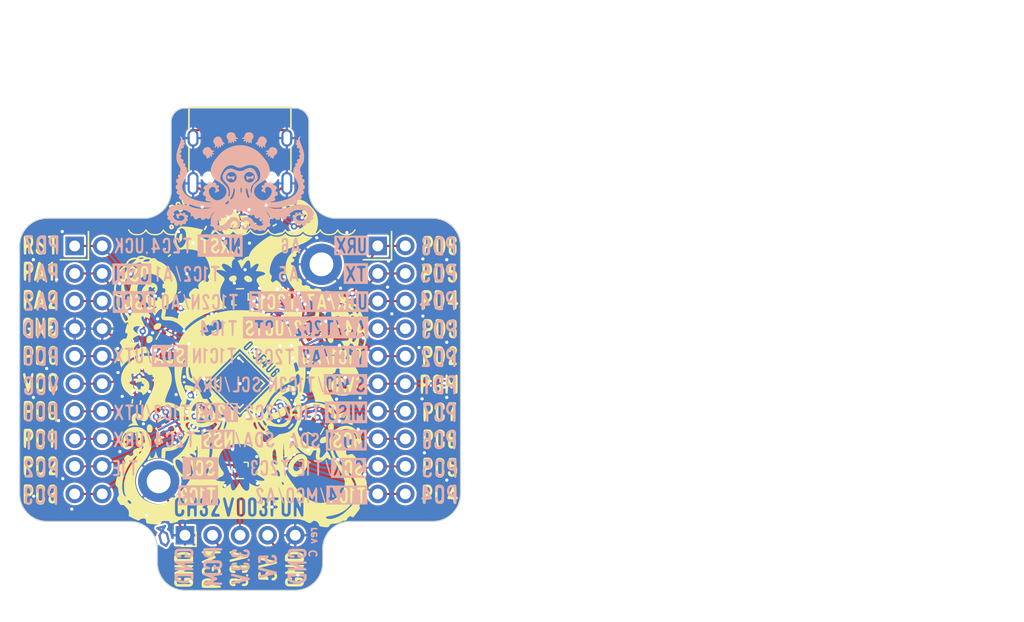
<source format=kicad_pcb>
(kicad_pcb (version 20221018) (generator pcbnew)
  (layers (0 "F.Cu" signal) (31 "B.Cu" signal) (34 "B.Paste" user) (35 "F.Paste" user) (36 "B.SilkS" user "B.Silkscreen") (37 "F.SilkS" user "F.Silkscreen") (38 "B.Mask" user) (39 "F.Mask" user) (44 "Edge.Cuts" user))
  (net 0 "")
  (net 1 "VCC")
  (net 2 "GND")
  (net 3 "PD7NRST")
  (net 4 "PA1")
  (net 5 "PA2")
  (net 6 "PD0")
  (net 7 "PC0")
  (net 8 "PC1")
  (net 9 "PC2")
  (net 10 "PC3")
  (net 11 "SWIO")
  (net 12 "PC4")
  (net 13 "PC5")
  (net 14 "PC6")
  (net 15 "PC7")
  (net 16 "PD2")
  (net 17 "PD6")
  (net 18 "D+")
  (net 19 "D-")
  (net 20 "DPU")
  (net 21 "Net-(D1-DO)")
  (net 22 "Net-(D2-DO)")
  (net 23 "Net-(D3-DO)")
  (net 24 "Net-(D4-DO)")
  (net 25 "Net-(D5-DO)")
  (net 27 "+5V")
  (net 28 "Net-(D7-A)")
  (net 29 "VD")
  (net 30 "Net-(J4-CC1)")
  (net 31 "Net-(J4-D+-PadA6)")
  (net 32 "Net-(J4-D--PadA7)")
  (net 34 "Net-(J4-CC2)")
  (footprint "cnhardware:XL-1010RGBC-WS812B" (layer "F.Cu") (at 106.928196 103.999988 150)
    (fp_text reference "D1" hide)
    (fp_text value "XL-1010RGBC-WS2812B")
  )
  (footprint "Resistor_SMD:R_0402_1005Metric" (layer "F.Cu") (at 90.45 101.68 -100)
    (fp_text reference "R6")
    (fp_text value "1.5k" hide)
  )
  (footprint "Resistor_SMD:R_0402_1005Metric" (layer "F.Cu") (at 103.825 93.038327 -120)
    (fp_text reference "R2")
    (fp_text value "33" hide)
  )
  (footprint "MountingHole:MountingHole_2.2mm_M2_DIN965_Pad" (layer "F.Cu") (at 92.5 109)
    (fp_text reference "J6" hide)
    (fp_text value "HOLE" hide)
  )
  (footprint "Capacitor_SMD:C_0402_1005Metric" (layer "F.Cu") (at 97.47 94.84 -150)
    (fp_text reference "C3" hide)
    (fp_text value "4.7u")
  )
  (footprint "Resistor_SMD:R_0402_1005Metric" (layer "F.Cu") (at 99.65 87.75 -60)
    (fp_text reference "R1" hide)
    (fp_text value "33")
  )
  (footprint "Resistor_SMD:R_0402_1005Metric" (layer "F.Cu") (at 102.14 94.45 180)
    (fp_text reference "R5")
    (fp_text value "1.5k 1%" hide)
  )
  (footprint "Custom:PinHeader_2x10_P2.54mm_Vertical" (layer "F.Cu") (at 84.755 87.305)
    (fp_text reference "J1" hide)
    (fp_text value "~")
  )
  (footprint "cnhardware:XL-1010RGBC-WS812B" (layer "F.Cu") (at 99.999997 91.999994 -90)
    (fp_text reference "D5" hide)
    (fp_text value "XL-1010RGBC-WS2812B")
  )
  (footprint "Custom:PinHeader_1x05_P2.54mm_Vertical" (layer "F.Cu") (at 94.925 113.97 90)
    (fp_text reference "J2" hide)
    (fp_text value "PGM" hide)
  )
  (footprint "Capacitor_SMD:C_0402_1005Metric" (layer "F.Cu") (at 93.262299 87.908538 -140)
    (fp_text reference "C4")
    (fp_text value "4.7u" hide)
  )
  (footprint "Package_DFN_QFN:QFN-20-1EP_3x3mm_P0.4mm_EP1.65x1.65mm" (layer "F.Cu") (at 99.97 99.97 -45)
    (fp_text reference "U1")
    (fp_text value "CH32V003F4U6" hide)
  )
  (footprint "Capacitor_SMD:C_0402_1005Metric" (layer "F.Cu") (at 96.64 100.46 113)
    (fp_text reference "C1" hide)
    (fp_text value "4.7u" hide)
  )
  (footprint "MountingHole:MountingHole_2.2mm_M2_DIN965_Pad" (layer "F.Cu") (at 107.5 89)
    (fp_text reference "J5" hide)
    (fp_text value "HOLE" hide)
  )
  (footprint "LED_SMD:LED_0805_2012Metric" (layer "F.Cu") (at 91.930336 86.356205 -155)
    (fp_text reference "D7")
    (fp_text value "LED")
  )
  (footprint "cnhardware:XL-1010RGBC-WS812B" (layer "F.Cu") (at 99.999993 107.999988 90)
    (fp_text reference "D2" hide)
    (fp_text value "XL-1010RGBC-WS2812B")
  )
  (footprint "cnhardware:XL-1010RGBC-WS812B" (layer "F.Cu") (at 93.071797 104 30)
    (fp_text reference "D3" hide)
    (fp_text value "XL-1010RGBC-WS2812B")
  )
  (footprint "Capacitor_SMD:C_0402_1005Metric" (layer "F.Cu") (at 102.734308 104.79 30)
    (fp_text reference "C2")
    (fp_text value "4.7u" hide)
  )
  (footprint "Resistor_SMD:R_0402_1005Metric" (layer "F.Cu") (at 94.22 92.66 60)
    (fp_text reference "R7" hide)
    (fp_text value "0")
  )
  (footprint "Resistor_SMD:R_0402_1005Metric" (layer "F.Cu") (at 97.14 85.84 -120)
    (fp_text reference "R3")
    (fp_text value "5.1k" hide)
  )
  (footprint "Connector_USB:USB_C_Receptacle_HRO_TYPE-C-31-M-12" (layer "F.Cu") (at 99.99 78.41 180)
    (fp_text reference "J4" hide)
    (fp_text value "USB_C_Receptacle_USB2.0" hide)
  )
  (footprint "art:Front" (layer "F.Cu") (at 100.375306 96.777662)
    (fp_text reference "A1" hide)
    (fp_text value "front" hide)
  )
  (footprint "Package_TO_SOT_SMD:SOT-23-3" (layer "F.Cu") (at 95.70125 88.745104 60)
    (fp_text reference "U2")
    (fp_text value "3.3vReg")
  )
  (footprint "Resistor_SMD:R_0402_1005Metric" (layer "F.Cu") (at 102.998327 85.055 30)
    (fp_text reference "R4")
    (fp_text value "5.1k" hide)
  )
  (footprint "Custom:PinHeader_2x10_P2.54mm_Vertical" (layer "F.Cu") (at 112.695 87.305)
    (fp_text reference "J3" hide)
    (fp_text value "~")
  )
  (footprint "cnhardware:XL-1010RGBC-WS812B" (layer "F.Cu") (at 93.071798 96.000003 -30)
    (fp_text reference "D4" hide)
    (fp_text value "XL-1010RGBC-WS2812B")
  )
  (footprint "Capacitor_SMD:C_0402_1005Metric" (layer "F.Cu") (at 94.24 91.27 -150)
    (fp_text reference "C5" hide)
    (fp_text value "4.7u")
  )
  (footprint "cnhardware:XL-1010RGBC-WS812B" (layer "F.Cu") (at 106.928203 96 -150)
    (fp_text reference "D6" hide)
    (fp_text value "XL-1010RGBC-WS2812B")
  )
  (footprint "art:Back" (layer "B.Cu") (at 101.318385 96.90765 180)
    (fp_text reference "A2" hide)
    (fp_text value "back" hide)
  )
  (footprint "art:Heart" (layer "B.Cu") (at 100.309657 75.585578 180)
    (fp_text reference "A3" hide)
    (fp_text value "heart" hide)
  )
  (gr_line (start 93.183013 114.941025) (end 92.75 114.691025) (stroke (width 0.2)) (layer "F.Cu"))
  (gr_line (start 92.383975 113.325) (end 93.25 113.825) (stroke (width 0.2)) (layer "F.Cu"))
  (gr_line (start 93.066987 113.141987) (end 92.383975 113.325) (stroke (width 0.2)) (layer "F.Cu"))
  (gr_line (start 92.75 114.691025) (end 92.566987 114.008013) (stroke (width 0.2)) (layer "F.Cu"))
  (gr_line (start 92.566987 114.008013) (end 93.066987 113.141987) (stroke (width 0.2)) (layer "F.Cu"))
  (gr_line (start 93.433013 114.508013) (end 93.183013 114.941025) (stroke (width 0.2)) (layer "F.Cu"))
  (gr_line (start 93.433013 114.508013) (end 93.25 113.825) (stroke (width 0.2)) (layer "F.Cu"))
  (gr_line (start 93.25 113.825) (end 93.433013 114.508013) (stroke (width 0.2)) (layer "B.Cu"))
  (gr_line (start 92.75 114.691025) (end 92.566987 114.008013) (stroke (width 0.2)) (layer "B.Cu"))
  (gr_line (start 93.066987 113.141987) (end 92.383975 113.325) (stroke (width 0.2)) (layer "B.Cu"))
  (gr_line (start 93.183013 114.941025) (end 92.75 114.691025) (stroke (width 0.2)) (layer "B.Cu"))
  (gr_line (start 92.383975 113.325) (end 93.25 113.825) (stroke (width 0.2)) (layer "B.Cu"))
  (gr_line (start 92.566987 114.008013) (end 93.066987 113.141987) (stroke (width 0.2)) (layer "B.Cu"))
  (gr_line (start 93.433013 114.508013) (end 93.183013 114.941025) (stroke (width 0.2)) (layer "B.Cu"))
  (gr_rect (start 90.83 111.27) (end 93.41 112.21) (stroke (width 0.15)) (fill solid) (layer "F.SilkS"))
  (gr_arc (start 117.78 84.76) (mid 119.576051 85.503949) (end 120.32 87.3) (stroke (width 0.1)) (layer "Edge.Cuts"))
  (gr_line (start 91.11 84.76) (end 82.22 84.76) (stroke (width 0.1)) (layer "Edge.Cuts"))
  (gr_arc (start 79.68 87.3) (mid 80.423949 85.503949) (end 82.22 84.76) (stroke (width 0.1)) (layer "Edge.Cuts"))
  (gr_line (start 105.08 74.6) (end 94.92 74.6) (stroke (width 0.1)) (layer "Edge.Cuts"))
  (gr_arc (start 105.08 74.6) (mid 105.978026 74.971974) (end 106.35 75.87) (stroke (width 0.1)) (layer "Edge.Cuts"))
  (gr_arc (start 108.89 84.76) (mid 107.093948 84.016051) (end 106.35 82.219999) (stroke (width 0.1)) (layer "Edge.Cuts"))
  (gr_line (start 92.38 115.24) (end 92.38 116.51) (stroke (width 0.1)) (layer "Edge.Cuts"))
  (gr_line (start 120.32 87.3) (end 120.32 110.16) (stroke (width 0.1)) (layer "Edge.Cuts"))
  (gr_arc (start 107.62 116.51) (mid 106.876051 118.306051) (end 105.08 119.05) (stroke (width 0.1)) (layer "Edge.Cuts"))
  (gr_arc (start 82.22 112.7) (mid 80.423949 111.956051) (end 79.68 110.16) (stroke (width 0.1)) (layer "Edge.Cuts"))
  (gr_line (start 89.84 112.7) (end 82.22 112.7) (stroke (width 0.1)) (layer "Edge.Cuts"))
  (gr_line (start 79.68 110.16) (end 79.68 87.3) (stroke (width 0.1)) (layer "Edge.Cuts"))
  (gr_line (start 106.35 82.219999) (end 106.35 75.87) (stroke (width 0.1)) (layer "Edge.Cuts"))
  (gr_arc (start 93.65 75.87) (mid 94.021974 74.971974) (end 94.92 74.6) (stroke (width 0.1)) (layer "Edge.Cuts"))
  (gr_line (start 117.78 84.76) (end 108.89 84.76) (stroke (width 0.1)) (layer "Edge.Cuts"))
  (gr_line (start 107.62 115.24) (end 107.62 116.51) (stroke (width 0.1)) (layer "Edge.Cuts"))
  (gr_line (start 105.08 119.05) (end 94.92 119.05) (stroke (width 0.1)) (layer "Edge.Cuts"))
  (gr_arc (start 93.650001 82.22) (mid 92.906052 84.016052) (end 91.11 84.76) (stroke (width 0.1)) (layer "Edge.Cuts"))
  (gr_arc (start 120.32 110.16) (mid 119.576051 111.956051) (end 117.78 112.7) (stroke (width 0.1)) (layer "Edge.Cuts"))
  (gr_arc (start 94.92 119.05) (mid 93.123949 118.306051) (end 92.38 116.51) (stroke (width 0.1)) (layer "Edge.Cuts"))
  (gr_line (start 93.65 75.87) (end 93.650001 82.22) (stroke (width 0.1)) (layer "Edge.Cuts"))
  (gr_arc (start 107.62 115.24) (mid 108.363949 113.443949) (end 110.16 112.7) (stroke (width 0.1)) (layer "Edge.Cuts"))
  (gr_line (start 110.16 112.7) (end 117.78 112.7) (stroke (width 0.1)) (layer "Edge.Cuts"))
  (gr_arc (start 89.84 112.7) (mid 91.636051 113.443949) (end 92.38 115.24) (stroke (width 0.1)) (layer "Edge.Cuts"))
  (gr_text "rev C" (at 106.75 114.6 90) (layer "B.SilkS") (effects (font (size 0.7 0.7)) (justify mirror)))
  (segment (start 94.655692 91.03) (end 95.16 90.75) (width 0.2) (layer "F.Cu") (net 1))
  (segment (start 96 100.68) (end 96.815102 100.903684) (width 0.2) (layer "F.Cu") (net 1))
  (segment (start 97.2 100.75) (end 97.39 100.74) (width 0.2) (layer "F.Cu") (net 1))
  (segment (start 93.81 99.67) (end 90.7 99.35) (width 0.2) (layer "F.Cu") (net 1))
  (segment (start 96.815102 100.903684) (end 97.2 100.75) (width 0.2) (layer "F.Cu") (net 1))
  (segment (start 91.5 93.44) (end 92.46 92.8) (width 0.2) (layer "F.Cu") (net 1))
  (segment (start 94.43 99.95) (end 94.66 100.15) (width 0.2) (layer "F.Cu") (net 1))
  (segment (start 95.61 100.64) (end 95.46 101.05) (width 0.2) (layer "F.Cu") (net 1))
  (segment (start 97.54 100.82) (end 97.69 100.83) (width 0.2) (layer "F.Cu") (net 1))
  (segment (start 91.04 95.16) (end 91.5 93.44) (width 0.2) (layer "F.Cu") (net 1))
  (segment (start 92.46 92.8) (end 94.475 92.218327) (width 0.2) (layer "F.Cu") (net 1))
  (segment (start 95.61 100.64) (end 96 100.68) (width 0.2) (layer "F.Cu") (net 1))
  (segment (start 94.66 100.15) (end 95.61 100.64) (width 0.2) (layer "F.Cu") (net 1))
  (segment (start 90.7 99.35) (end 87.295 100.005) (width 0.2) (layer "F.Cu") (net 1))
  (segment (start 97.69 100.83) (end 97.89 100.83) (width 0.2) (layer "F.Cu") (net 1))
  (segment (start 84.755 100.005) (end 87.295 100.005) (width 0.2) (layer "F.Cu") (net 1))
  (segment (start 97.39 100.74) (end 97.54 100.82) (width 0.2) (layer "F.Cu") (net 1))
  (segment (start 98.03 100.78) (end 98.37901 100.429619) (width 0.2) (layer "F.Cu") (net 1))
  (segment (start 97.89 100.83) (end 98.03 100.78) (width 0.2) (layer "F.Cu") (net 1))
  (segment (start 94.475 92.218327) (end 94.655692 91.03) (width 0.2) (layer "F.Cu") (net 1))
  (segment (start 95.16 90.75) (end 95.955224 90.205208) (width 0.2) (layer "F.Cu") (net 1))
  (segment (start 93.81 99.67) (end 94.43 99.95) (width 0.2) (layer "F.Cu") (net 1))
  (via (at 91.04 95.16) (size 0.6) (drill 0.3) (layers "F.Cu" "B.Cu") (net 1))
  (via (at 90.7 99.35) (size 0.6) (drill 0.3) (layers "F.Cu" "B.Cu") (net 1))
  (via (at 95.46 101.05) (size 0.6) (drill 0.3) (layers "F.Cu" "B.Cu") (net 1))
  (segment (start 96.52 102.14) (end 97.67 103.98) (width 0.2) (layer "B.Cu") (net 1))
  (segment (start 91.04 95.16) (end 90.7 99.35) (width 0.2) (layer "B.Cu") (net 1))
  (segment (start 97.67 103.98) (end 99.93 109.61) (width 0.2) (layer "B.Cu") (net 1))
  (segment (start 95.46 101.05) (end 96.52 102.14) (width 0.2) (layer "B.Cu") (net 1))
  (segment (start 99.93 109.61) (end 100.005 113.97) (width 0.2) (layer "B.Cu") (net 1))
  (segment (start 91.45 96.89) (end 91.61 96.37) (width 0.2) (layer "F.Cu") (net 2))
  (segment (start 103.25 83.69) (end 103.44 84.8) (width 0.2) (layer "F.Cu") (net 2))
  (segment (start 94.84 97.02) (end 94.74 96.65) (width 0.2) (layer "F.Cu") (net 2))
  (segment (start 104.48 90.31) (end 104.075 90.15) (width 0.2) (layer "F.Cu") (net 2))
  (segment (start 96.44 100.02) (end 96.675 99.575) (width 0.2) (layer "F.Cu") (net 2))
  (segment (start 100.475003 108.475006) (end 101.6 109.2) (width 0.2) (layer "F.Cu") (net 2))
  (segment (start 87.3 94.925) (end 89.77 96.74) (width 0.2) (layer "F.Cu") (net 2))
  (segment (start 97.054308 95.14) (end 94.83 95.14) (width 0.2) (layer "F.Cu") (net 2))
  (segment (start 100.87 87.05) (end 103.4 86.07) (width 0.2) (layer "F.Cu") (net 2))
  (segment (start 91.84 97.5) (end 91.45 96.89) (width 0.2) (layer "F.Cu") (net 2))
  (segment (start 93.91 97.3) (end 93.06 97.4) (width 0.2) (layer "F.Cu") (net 2))
  (segment (start 95.68 81.54) (end 96.75 82.455) (width 0.2) (layer "F.Cu") (net 2))
  (segment (start 104.32 93.32) (end 104.82 92.7) (width 0.2) (layer "F.Cu") (net 2))
  (segment (start 97.83 98.62) (end 98.21 98.78) (width 0.2) (layer "F.Cu") (net 2))
  (segment (start 98.21 98.78) (end 98.691852 99.257538) (width 0.2) (layer "F.Cu") (net 2))
  (segment (start 94.98 98.42) (end 95.77 98.44) (width 0.2) (layer "F.Cu") (net 2))
  (segment (start 94.7 95.7) (end 94.83 95.14) (width 0.2) (layer "F.Cu") (net 2))
  (segment (start 90.92 98.4) (end 91.59 98.71) (width 0.2) (layer "F.Cu") (net 2))
  (segment (start 104.33 94.38) (end 104.32 93.32) (width 0.2) (layer "F.Cu") (net 2))
  (segment (start 84.755 94.925) (end 87.295 94.925) (width 0.2) (layer "F.Cu") (net 2))
  (segment (start 103.25 82.455) (end 103.25 83.69) (width 0.2) (layer "F.Cu") (net 2))
  (segment (start 89.77 96.74) (end 90.31 98.16) (width 0.2) (layer "F.Cu") (net 2))
  (segment (start 93.59 98.91) (end 94.44 98.45) (width 0.2) (layer "F.Cu") (net 2))
  (segment (start 104.15 76.63) (end 95.51 76.63) (width 0.2) (layer "F.Cu") (net 2))
  (segment (start 94.925 113.97) (end 92.5 109) (width 0.2) (layer "F.Cu") (net 2))
  (segment (start 103.4 86.07) (end 103.44 84.8) (width 0.2) (layer "F.Cu") (net 2))
  (segment (start 91.59 98.71) (end 93.59 98.91) (width 0.2) (layer "F.Cu") (net 2))
  (segment (start 91.61 96.37) (end 92.422936 96.173865) (width 0.2) (layer "F.Cu") (net 2))
  (segment (start 98.691852 99.257538) (end 99.08 99.66) (width 0.2) (layer "F.Cu") (net 2))
  (segment (start 94.44 98.45) (end 94.98 98.42) (width 0.2) (layer "F.Cu") (net 2))
  (segment (start 104.82 92.7) (end 104.78 91.48) (width 0.2) (layer "F.Cu") (net 2))
  (segment (start 93.06 97.4) (end 92.27 97.57) (width 0.2) (layer "F.Cu") (net 2))
  (segment (start 94.44 97.22) (end 93.91 97.3) (width 0.2) (layer "F.Cu") (net 2))
  (segment (start 106.28 98.99) (end 102.86 99.94) (width 0.2) (layer "F.Cu") (net 2))
  (segment (start 104.78 91.48) (end 104.48 90.31) (width 0.2) (layer "F.Cu") (net 2))
  (segment (start 92.27 97.57) (end 91.84 97.5) (width 0.2) (layer "F.Cu") (net 2))
  (segment (start 95.77 98.44) (end 97.83 98.62) (width 0.2) (layer "F.Cu") (net 2))
  (segment (start 103.15 104.55) (end 103.56 103.42) (width 0.2) (layer "F.Cu") (net 2))
  (segment (start 95.68 77.36) (end 95.68 81.54) (width 0.2) (layer "F.Cu") (net 2))
  (segment (start 104.32 81.54) (end 104.32 77.36) (width 0.2) (layer "F.Cu") (net 2))
  (segment (start 94.74 96.65) (end 94.7 95.7) (width 0.2) (layer "F.Cu") (net 2))
  (segment (start 99.08 99.66) (end 100 100) (width 0.2) (layer "F.Cu") (net 2))
  (segment (start 105.59 104.2) (end 103.56 103.42) (width 0.2) (layer "F.Cu") (net 2))
  (segment (start 103.25 82.455) (end 104.32 81.54) (width 0.2) (layer "F.Cu") (net 2))
  (segment (start 90.31 98.16) (end 90.92 98.4) (width 0.2) (layer "F.Cu") (net 2))
  (segment (start 94.84 97.02) (end 94.44 97.22) (width 0.2) (layer "F.Cu") (net 2))
  (via (at 94.11 101) (size 0.6) (drill 0.3) (layers "F.Cu" "B.Cu") (net 2))
  (via (at 99.875 97.65) (size 0.6) (drill 0.3) (layers "F.Cu" "B.Cu") (net 2))
  (via (at 88.875 90.775) (size 0.6) (drill 0.3) (layers "F.Cu" "B.Cu") (net 2))
  (via (at 106.28 98.99) (size 0.6) (drill 0.3) (layers "F.Cu" "B.Cu") (net 2))
  (via (at 104.075 90.15) (size 0.6) (drill 0.3) (layers "F.Cu" "B.Cu") (net 2))
  (via (at 105.33 117.64) (size 0.6) (drill 0.3) (layers "F.Cu" "B.Cu") (net 2))
  (via (at 116.5 96.675) (size 0.6) (drill 0.3) (layers "F.Cu" "B.Cu") (net 2))
  (via (at 101.6 109.2) (size 0.6) (drill 0.3) (layers "F.Cu" "B.Cu") (net 2))
  (via (at 99.475 90.725) (size 0.6) (drill 0.3) (layers "F.Cu" "B.Cu") (net 2))
  (via (at 95.67 87.02) (size 0.6) (drill 0.3) (layers "F.Cu" "B.Cu") (net 2))
  (via (at 101.13 93.18) (size 0.6) (drill 0.3) (layers "F.Cu" "B.Cu") (net 2))
  (via (at 94.83 95.14) (size 0.6) (drill 0.3) (layers "F.Cu" "B.Cu") (net 2))
  (via (at 80.95 88.57) (size 0.6) (drill 0.3) (layers "F.Cu" "B.Cu") (net 2))
  (via (at 116.85 88.5) (size 0.6) (drill 0.3) (layers "F.Cu" "B.Cu") (net 2))
  (via (at 96.51 83.7) (size 0.6) (drill 0.3) (layers "F.Cu" "B.Cu") (net 2))
  (via (at 119.05 101.27) (size 0.6) (drill 0.3) (layers "F.Cu" "B.Cu") (net 2))
  (via (at 101.55 106.725) (size 0.6) (drill 0.3) (layers "F.Cu" "B.Cu") (net 2))
  (via (at 116.775 101.4) (size 0.6) (drill 0.3) (layers "F.Cu" "B.Cu") (net 2))
  (via (at 111.5 108.375) (size 0.6) (drill 0.3) (layers "F.Cu" "B.Cu") (net 2))
  (via (at 89.14 101.17) (size 0.6) (drill 0.3) (layers "F.Cu" "B.Cu") (net 2))
  (via (at 111.37 95.79) (size 0.6) (drill 0.3) (layers "F.Cu" "B.Cu") (net 2))
  (via (at 119.05 96.19) (size 0.6) (drill 0.3) (layers "F.Cu" "B.Cu") (net 2))
  (via (at 108.9 101.43) (size 0.6) (drill 0.3) (layers "F.Cu" "B.Cu") (net 2))
  (via (at 89.925 89.9) (size 0.6) (drill 0.3) (layers "F.Cu" "B.Cu") (net 2))
  (via (at 83.27 103.41) (size 0.6) (drill 0.3) (layers "F.Cu" "B.Cu") (net 2))
  (via (at 119.05 88.57) (size 0.6) (drill 0.3) (layers "F.Cu" "B.Cu") (net 2))
  (via (at 113.68 88.7) (size 0.6) (drill 0.3) (layers "F.Cu" "B.Cu") (net 2))
  (via (at 116.85 93.775) (size 0.6) (drill 0.3) (layers "F.Cu" "B.Cu") (net 2))
  (via (at 91.65 100.725) (size 0.6) (drill 0.3) (layers "F.Cu" "B.Cu") (net 2))
  (via (at 88.75 98.975) (size 0.6) (drill 0.3) (layers "F.Cu" "B.Cu") (net 2))
  (via (at 88.92 106.26) (size 0.6) (drill 0.3) (layers "F.Cu" "B.Cu") (net 2))
  (via (at 104.91 100.53) (size 0.6) (drill 0.3) (layers "F.Cu" "B.Cu") (net 2))
  (via (at 109.16 96.47) (size 0.6) (drill 0.3) (layers "F.Cu" "B.Cu") (net 2))
  (via (at 116.99 106.37) (size 0.6) (drill 0.3) (layers "F.Cu" "B.Cu") (net 2))
  (via (at 83.09 90.41) (size 0.6) (drill 0.3) (layers "F.Cu" "B.Cu") (net 2))
  (via (at 102.86 99.94) (size 0.6) (drill 0.3) (layers "F.Cu" "B.Cu") (net 2))
  (via (at 119.05 108.89) (size 0.6) (drill 0.3) (layers "F.Cu" "B.Cu") (net 2))
  (via (at 94.01 105.45) (size 0.6) (drill 0.3) (layers "F.Cu" "B.Cu") (net 2))
  (via (at 101.79 91.2) (size 0.6) (drill 0.3) (layers "F.Cu" "B.Cu") (net 2))
  (via (at 82.625 94.8) (size 0.6) (drill 0.3) (layers "F.Cu" "B.Cu") (net 2))
  (via (at 113.99 93.56) (size 0.6) (drill 0.3) (layers "F.Cu" "B.Cu") (net 2))
  (via (at 106.28 97.47) (size 0.6) (drill 0.3) (layers "F.Cu" "B.Cu") (net 2))
  (via (at 96.72 104.3) (size 0.6) (drill 0.3) (layers "F.Cu" "B.Cu") (net 2))
  (via (at 98.6 109.4) (size 0.6) (drill 0.3) (layers "F.Cu" "B.Cu") (net 2))
  (via (at 111.06 101.31) (size 0.6) (drill 0.3) (layers "F.Cu" "B.Cu") (net 2))
  (via (at 103.56 103.42) (size 0.6) (drill 0.3) (layers "F.Cu" "B.Cu") (net 2))
  (via (at 88.725 96.75) (size 0.6) (drill 0.3) (layers "F.Cu" "B.Cu") (net 2))
  (via (at 103.69 96.52) (size 0.6) (drill 0.3) (layers "F.Cu" "B.Cu") (net 2))
  (via (at 105.03 101.89) (size 0.6) (drill 0.3) (layers "F.Cu" "B.Cu") (net 2))
  (via (at 80.98 110.37) (size 0.6) (drill 0.3) (layers "F.Cu" "B.Cu") (net 2))
  (via (at 107.075 86.55) (size 0.6) (drill 0.3) (layers "F.Cu" "B.Cu") (net 2))
  (via (at 104.25 107.825) (size 0.6) (drill 0.3) (layers "F.Cu" "B.Cu") (net 2))
  (via (at 102.95 111.375) (size 0.6) (drill 0.3) (layers "F.Cu" "B.Cu") (net 2))
  (via (at 109.85 86.075) (size 0.6) (drill 0.3) (layers "F.Cu" "B.Cu") (net 2))
  (via (at 83.66 108.75) (size 0.6) (drill 0.3) (layers "F.Cu" "B.Cu") (net 2))
  (via (at 113.6 91.1) (size 0.6) (drill 0.3) (layers "F.Cu" "B.Cu") (net 2))
  (via (at 100.87 87.05) (size 0.6) (drill 0.3) (layers "F.Cu" "B.Cu") (net 2))
  (via (at 83.61 85.98) (size 0.6) (drill 0.3) (layers "F.Cu" "B.Cu") (net 2))
  (via (at 105.59 104.2) (size 0.6) (drill 0.3) (layers "F.Cu" "B.Cu") (net 2))
  (via (at 95.43 118.22) (size 0.6) (drill 0.3) (layers "F.Cu" "B.Cu") (net 2))
  (via (at 110.89 104.21) (size 0.6) (drill 0.3) (layers "F.Cu" "B.Cu") (net 2))
  (via (at 94.32 85.99) (size 0.6) (drill 0.3) (layers "F.Cu" "B.Cu") (net 2))
  (via (at 109.69 99.43) (size 0.6) (drill 0.3) (layers "F.Cu" "B.Cu") (net 2))
  (via (at 92.2 91.925) (size 0.6) (drill 0.3) (layers "F.Cu" "B.Cu") (net 2))
  (via (at 106.28 106.13) (size 0.6) (drill 0.3) (layers "F.Cu" "B.Cu") (net 2))
  (via (at 109.25 91.2) (size 0.6) (drill 0.3) (layers "F.Cu" "B.Cu") (net 2))
  (via (at 100 100) (size 0.6) (drill 0.3) (layers "F.Cu" "B.Cu") (net 2))
  (via (at 94.85 99.375) (size 0.6) (drill 0.3) (layers "F.Cu" "B.Cu") (net 2))
  (via (at 107.91 94.26) (size 0.6) (drill 0.3) (layers "F.Cu" "B.Cu") (net 2))
  (via (at 82.175 98.6) (size 0.6) (drill 0.3) (layers "F.Cu" "B.Cu") (net 2))
  (via (at 84.49 111.56) (size 0.6) (drill 0.3) (layers "F.Cu" "B.Cu") (net 2))
  (via (at 109.14 103.46) (size 0.6) (drill 0.3) (layers "F.Cu" "B.Cu") (net 2))
  (via (at 98.51 103.37) (size 0.6) (drill 0.3) (layers "F.Cu" "B.Cu") (net 2))
  (via (at 109.025 107) (size 0.6) (drill 0.3) (layers "F.Cu" "B.Cu") (net 2))
  (via (at 91.94 95.32) (size 0.6) (drill 0.3) (layers "F.Cu" "B.Cu") (net 2))
  (via (at 100.46 89.49) (size 0.6) (drill 0.3) (layers "F.Cu" "B.Cu") (net 2))
  (via (at 91.38 112.15) (size 0.6) (drill 0.3) (layers "F.Cu" "B.Cu") (net 2))
  (via (at 98.46 86.61) (size 0.6) (drill 0.3) (layers "F.Cu" "B.Cu") (net 2))
  (via (at 92.4 94.025) (size 0.6) (drill 0.3) (layers "F.Cu" "B.Cu") (net 2))
  (via (at 104.33 94.38) (size 0.6) (drill 0.3) (layers "F.Cu" "B.Cu") (net 2))
  (via (at 96.675 99.575) (size 0.6) (drill 0.3) (layers "F.Cu" "B.Cu") (net 2))
  (via (at 106.61 101.93) (size 0.6) (drill 0.3) (layers "F.Cu" "B.Cu") (net 2))
  (via (at 105.72 84.7) (size 0.6) (drill 0.3) (layers "F.Cu" "B.Cu") (net 2))
  (via (at 80.95 101.27) (size 0.6) (drill 0.3) (layers "F.Cu" "B.Cu") (net 2))
  (via (at 95.1 89.88) (size 0.6) (drill 0.3) (layers "F.Cu" "B.Cu") (net 2))
  (via (at 91.09 103.7) (size 0.6) (drill 0.3) (layers "F.Cu" "B.Cu") (net 2))
  (via (at 99.31 106.05) (size 0.6) (drill 0.3) (layers "F.Cu" "B.Cu") (net 2))
  (via (at 104.75 105.15) (size 0.6) (drill 0.3) (layers "F.Cu" "B.Cu") (net 2))
  (segment (start 100.87 87.05) (end 102.61 88.435) (width 0.2) (layer "B.Cu") (net 2))
  (segment (start 102.86 99.94) (end 100 100) (width 0.2) (layer "B.Cu") (net 2))
  (segment (start 96.68 115.82) (end 94.925 113.97) (width 0.2) (layer "B.Cu") (net 2))
  (segment (start 102.61 88.435) (end 103.25 89.075) (width 0.2) (layer "B.Cu") (net 2))
  (segment (start 103.325 89) (end 103.25 89.075) (width 0.2) (layer "B.Cu") (net 2))
  (segment (start 109.25 98.99) (end 106.28 98.99) (width 0.2) (layer "B.Cu") (net 2))
  (segment (start 106.28 106.13) (end 105.59 104.2) (width 0.2) (layer "B.Cu") (net 2))
  (segment (start 105.085 113.97) (end 103.94 115.59) (width 0.2) (layer "B.Cu") (net 2))
  (segment (start 100 100) (end 98.51 103.37) (width 0.2) (layer "B.Cu") (net 2))
  (segment (start 97.19 91.01) (end 98.45 91.37) (width 0.2) (layer "B.Cu") (net 2))
  (segment (start 94.83 95.14) (end 92.4 94.025) (width 0.2) (layer "B.Cu") (net 2))
  (segment (start 107.5 89) (end 103.325 89) (width 0.2) (layer "B.Cu") (net 2))
  (segment (start 103.25 89.075) (end 103.25 89.74) (width 0.2) (layer "B.Cu") (net 2))
  (segment (start 96.675 99.575) (end 100 100) (width 0.2) (layer "B.Cu") (net 2))
  (segment (start 109.69 99.43) (end 109.25 98.99) (width 0.2) (layer "B.Cu") (net 2))
  (segment (start 103.25 89.74) (end 101.79 91.2) (width 0.2) (layer "B.Cu") (net 2))
  (segment (start 103.94 115.59) (end 96.68 115.82) (width 0.2) (layer "B.Cu") (net 2))
  (segment (start 94.61 91.96) (end 97.19 91.01) (width 0.2) (layer "B.Cu") (net 2))
  (segment (start 92.4 94.025) (end 94.61 91.96) (width 0.2) (layer "B.Cu") (net 2))
  (segment (start 101.79 91.2) (end 98.86 92.61) (width 0.2) (layer "B.Cu") (net 2))
  (segment (start 98.45 91.37) (end 98.86 92.61) (width 0.2) (layer "B.Cu") (net 2))
  (segment (start 95.29 96.3) (end 95.49 96.85) (width 0.2) (layer "F.Cu") (net 3))
  (segment (start 98.32 97.49) (end 98.82 97.7) (width 0.2) (layer "F.Cu") (net 3))
  (segment (start 87.295 87.305) (end 84.755 87.305) (width 0.2) (layer "F.Cu") (net 3))
  (segment (start 95.49 96.85) (end 97.57 97.38) (width 0.2) (layer "F.Cu") (net 3))
  (segment (start 97.57 97.38) (end 98.32 97.49) (width 0.2) (layer "F.Cu") (net 3))
  (segment (start 98.82 97.7) (end 99.540381 98.40901) (width 0.2) (layer "F.Cu") (net 3))
  (via (at 95.29 96.3) (size 0.6) (drill 0.3) (layers "F.Cu" "B.Cu") (net 3))
  (segment (start 90.81 92.92) (end 88.81 89.12) (width 0.2) (layer "B.Cu") (net 3))
  (segment (start 94.56 95.76) (end 92.05 94.7) (width 0.2) (layer "B.Cu") (net 3))
  (segment (start 95.29 96.3) (end 94.56 95.76) (width 0.2) (layer "B.Cu") (net 3))
  (segment (start 92.05 94.7) (end 90.81 92.92) (width 0.2) (layer "B.Cu") (net 3))
  (segment (start 88.81 89.12) (end 87.295 87.305) (width 0.2) (layer "B.Cu") (net 3))
  (segment (start 99.227538 98.661852) (end 98.61 98.05) (width 0.2) (layer "F.Cu") (net 4))
  (segment (start 94.38 97.66) (end 93.4 98.13) (width 0.2) (layer "F.Cu") (net 4))
  (segment (start 98.05 97.85) (end 95.31 97.64) (width 0.2) (layer "F.Cu") (net 4))
  (segment (start 84.755 89.845) (end 87.295 89.845) (width 0.2) (layer "F.Cu") (net 4))
  (segment (start 95.31 97.64) (end 94.38 97.66) (width 0.2) (layer "F.Cu") (net 4))
  (segment (start 90.63 96.48) (end 90.46 96.18) (width 0.2) (layer "F.Cu") (net 4))
  (segment (start 98.61 98.05) (end 98.05 97.85) (width 0.2) (layer "F.Cu") (net 4))
  (segment (start 90.91 97.61) (end 90.63 96.48) (width 0.2) (layer "F.Cu") (net 4))
  (segment (start 90.46 96.18) (end 88.53 93.43) (width 0.2) (layer "F.Cu") (net 4))
  (segment (start 91.79 97.97) (end 90.91 97.61) (width 0.2) (layer "F.Cu") (net 4))
  (segment (start 88.46 91.7) (end 87.295 89.845) (width 0.2) (layer "F.Cu") (net 4))
  (segment (start 88.53 93.43) (end 88.46 91.7) (width 0.2) (layer "F.Cu") (net 4))
  (segment (start 93.4 98.13) (end 91.79 97.97) (width 0.2) (layer "F.Cu") (net 4))
  (segment (start 95.34 98.03) (end 94.42 98.07) (width 0.2) (layer "F.Cu") (net 5))
  (segment (start 98.49 98.49) (end 98.02 98.25) (width 0.2) (layer "F.Cu") (net 5))
  (segment (start 91.71 98.34) (end 90.6 97.87) (width 0.2) (layer "F.Cu") (net 5))
  (segment (start 94.13 98.18) (end 93.51 98.53) (width 0.2) (layer "F.Cu") (net 5))
  (segment (start 87.295 92.385) (end 84.755 92.385) (width 0.2) (layer "F.Cu") (net 5))
  (segment (start 94.42 98.07) (end 94.13 98.18) (width 0.2) (layer "F.Cu") (net 5))
  (segment (start 98.02 98.25) (end 97.24 98.18) (width 0.2) (layer "F.Cu") (net 5))
  (segment (start 90.6 97.87) (end 90.25 96.57) (width 0.2) (layer "F.Cu") (net 5))
  (segment (start 93.51 98.53) (end 91.71 98.34) (width 0.2) (layer "F.Cu") (net 5))
  (segment (start 90.25 96.57) (end 87.3 92.385) (width 0.2) (layer "F.Cu") (net 5))
  (segment (start 97.24 98.18) (end 95.34 98.03) (width 0.2) (layer "F.Cu") (net 5))
  (segment (start 98.974695 98.974695) (end 98.49 98.49) (width 0.2) (layer "F.Cu") (net 5))
  (segment (start 87.3 97.465) (end 90.5 98.64) (width 0.2) (layer "F.Cu") (net 6))
  (segment (start 91.46 99.06) (end 93.68 99.29) (width 0.2) (layer "F.Cu") (net 6))
  (segment (start 87.295 97.465) (end 84.755 97.465) (width 0.2) (layer "F.Cu") (net 6))
  (segment (start 93.68 99.29) (end 94.58 98.83) (width 0.2) (layer "F.Cu") (net 6))
  (segment (start 97.5 98.97) (end 98.08 99.2) (width 0.2) (layer "F.Cu") (net 6))
  (segment (start 95.03 98.8) (end 96.41 98.87) (width 0.2) (layer "F.Cu") (net 6))
  (segment (start 98.08 99.2) (end 98.40901 99.540381) (width 0.2) (layer "F.Cu") (net 6))
  (segment (start 90.5 98.64) (end 91.46 99.06) (width 0.2) (layer "F.Cu") (net 6))
  (segment (start 96.41 98.87) (end 97.5 98.97) (width 0.2) (layer "F.Cu") (net 6))
  (segment (start 94.58 98.83) (end 95.03 98.8) (width 0.2) (layer "F.Cu") (net 6))
  (segment (start 98.33 101.05) (end 98.661852 100.712462) (width 0.2) (layer "F.Cu") (net 7))
  (segment (start 97.56 101.52) (end 98.17 101.19) (width 0.2) (layer "F.Cu") (net 7))
  (segment (start 94.63 101.73) (end 96.39 101.83) (width 0.2) (layer "F.Cu") (net 7))
  (segment (start 90.361439 102.182252) (end 91.91 101.73) (width 0.2) (layer "F.Cu") (net 7))
  (segment (start 89.173744 102.333744) (end 90.361439 102.182252) (width 0.2) (layer "F.Cu") (net 7))
  (segment (start 93.33 101.5) (end 94.63 101.73) (width 0.2) (layer "F.Cu") (net 7))
  (segment (start 91.91 101.73) (end 93.33 101.5) (width 0.2) (layer "F.Cu") (net 7))
  (segment (start 98.17 101.19) (end 98.33 101.05) (width 0.2) (layer "F.Cu") (net 7))
  (segment (start 87.295 102.545) (end 84.755 102.545) (width 0.2) (layer "F.Cu") (net 7))
  (segment (start 96.39 101.83) (end 97.56 101.52) (width 0.2) (layer "F.Cu") (net 7))
  (segment (start 87.3 102.545) (end 89.173744 102.333744) (width 0.2) (layer "F.Cu") (net 7))
  (segment (start 98.44 101.5) (end 98.944695 100.995305) (width 0.2) (layer "F.Cu") (net 8))
  (segment (start 96.02 102.32) (end 96.78 102.13) (width 0.2) (layer "F.Cu") (net 8))
  (segment (start 95.61 102.37) (end 96.02 102.32) (width 0.2) (layer "F.Cu") (net 8))
  (segment (start 97.85 101.81) (end 98.44 101.5) (width 0.2) (layer "F.Cu") (net 8))
  (segment (start 84.755 105.085) (end 87.295 105.085) (width 0.2) (layer "F.Cu") (net 8))
  (segment (start 96.78 102.13) (end 97.85 101.81) (width 0.2) (layer "F.Cu") (net 8))
  (segment (start 95.06 102.57) (end 95.61 102.37) (width 0.2) (layer "F.Cu") (net 8))
  (via (at 95.06 102.57) (size 0.6) (drill 0.3) (layers "F.Cu" "B.Cu") (net 8))
  (segment (start 94.52 103.19) (end 95.32 102.54) (width 0.2) (layer "B.Cu") (net 8))
  (segment (start 89.43 105.56) (end 90.7 105.42) (width 0.2) (layer "B.Cu") (net 8))
  (segment (start 87.295 105.085) (end 89.43 105.56) (width 0.2) (layer "B.Cu") (net 8))
  (segment (start 95.32 102.54) (end 95.06 102.57) (width 0.2) (layer "B.Cu") (net 8))
  (segment (start 90.7 105.42) (end 91.72 104.69) (width 0.2) (layer "B.Cu") (net 8))
  (segment (start 91.72 104.69) (end 94.52 103.19) (width 0.2) (layer "B.Cu") (net 8))
  (segment (start 95.75 103.06) (end 96.79 102.62) (width 0.2) (layer "F.Cu") (net 9))
  (segment (start 95.75 103.06) (end 95.8 103.02) (width 0.2) (layer "F.Cu") (net 9))
  (segment (start 98.9 101.62) (end 99.227538 101.278148) (width 0.2) (layer "F.Cu") (net 9))
  (segment (start 97.85 102.26) (end 98.51 101.95) (width 0.2) (layer "F.Cu") (net 9))
  (segment (start 96.79 102.62) (end 97.85 102.26) (width 0.2) (layer "F.Cu") (net 9))
  (segment (start 98.51 101.95) (end 98.9 101.62) (width 0.2) (layer "F.Cu") (net 9))
  (segment (start 87.295 107.625) (end 84.755 107.625) (width 0.2) (layer "F.Cu") (net 9))
  (via (at 95.8 103.02) (size 0.6) (drill 0.3) (layers "F.Cu" "B.Cu") (net 9))
  (segment (start 94.7 103.6) (end 91.92 105.07) (width 0.2) (layer "B.Cu") (net 9))
  (segment (start 90.44 106.27) (end 91.92 105.07) (width 0.2) (layer "B.Cu") (net 9))
  (segment (start 95.31 103.19) (end 94.7 103.6) (width 0.2) (layer "B.Cu") (net 9))
  (segment (start 95.8 103.02) (end 95.31 103.19) (width 0.2) (layer "B.Cu") (net 9))
  (segment (start 89.08 106.87) (end 90.44 106.27) (width 0.2) (layer "B.Cu") (net 9))
  (segment (start 87.295 107.625) (end 89.08 106.87) (width 0.2) (layer "B.Cu") (net 9))
  (segment (start 98.8 102.26) (end 99.13 101.94) (width 0.2) (layer "F.Cu") (net 10))
  (segment (start 95.7 103.95) (end 96.74 103.19) (width 0.2) (layer "F.Cu") (net 10))
  (segment (start 98.24 102.58) (end 98.8 102.26) (width 0.2) (layer "F.Cu") (net 10))
  (segment (start 96.74 103.19) (end 97.45 102.85) (width 0.2) (layer "F.Cu") (net 10))
  (segment (start 97.45 102.85) (end 98.24 102.58) (width 0.2) (layer "F.Cu") (net 10))
  (segment (start 84.755 110.165) (end 87.295 110.165) (width 0.2) (layer "F.Cu") (net 10))
  (segment (start 99.13 101.94) (end 99.510381 101.56099) (width 0.2) (layer "F.Cu") (net 10))
  (via (at 95.7 103.95) (size 0.6) (drill 0.3) (layers "F.Cu" "B.Cu") (net 10))
  (segment (start 90.52 107.01) (end 89.56 108.34) (width 0.2) (layer "B.Cu") (net 10))
  (segment (start 91.88 105.84) (end 90.52 107.01) (width 0.2) (layer "B.Cu") (net 10))
  (segment (start 89.56 108.34) (end 87.295 110.165) (width 0.2) (layer "B.Cu") (net 10))
  (segment (start 95.7 103.95) (end 91.88 105.84) (width 0.2) (layer "B.Cu") (net 10))
  (segment (start 105.72 101.3) (end 103.12 101.33) (width 0.2) (layer "F.Cu") (net 11))
  (segment (start 108.52 112.49) (end 107.75 113.37) (width 0.2) (layer "F.Cu") (net 11))
  (segment (start 105 116.45) (end 103.28 115.94) (width 0.2) (layer "F.Cu") (net 11))
  (segment (start 118.21 100.67) (end 118.25 109.82) (width 0.2) (layer "F.Cu") (net 11))
  (segment (start 117.19 111.78) (end 111.35 111.78) (width 0.2) (layer "F.Cu") (net 11))
  (segment (start 105.83 116.34) (end 105 116.45) (width 0.2) (layer "F.Cu") (net 11))
  (segment (start 100.78 115.56) (end 98.21 115.28) (width 0.2) (layer "F.Cu") (net 11))
  (segment (start 111.35 111.78) (end 109.85 112.13) (width 0.2) (layer "F.Cu") (net 11))
  (segment (start 103.28 115.94) (end 100.78 115.56) (width 0.2) (layer "F.Cu") (net 11))
  (segment (start 107.75 113.37) (end 107.26 114.35) (width 0.2) (layer "F.Cu") (net 11))
  (segment (start 101.91 100.77) (end 101.59099 100.459619) (width 0.2) (layer "F.Cu") (net 11))
  (segment (start 107.26 114.35) (end 107.19 115.35) (width 0.2) (layer "F.Cu") (net 11))
  (segment (start 118.17 110.71) (end 117.73 111.38) (width 0.2) (layer "F.Cu") (net 11))
  (segment (start 115.235 100.005) (end 112.695 100.005) (width 0.2) (layer "F.Cu") (net 11))
  (segment (start 106.85 115.9) (end 105.83 116.34) (width 0.2) (layer "F.Cu") (net 11))
  (segment (start 102.32 101.12) (end 101.91 100.77) (width 0.2) (layer "F.Cu") (net 11))
  (segment (start 107.19 115.35) (end 106.85 115.9) (width 0.2) (layer "F.Cu") (net 11))
  (segment (start 98.21 115.28) (end 97.465 113.97) (width 0.2) (layer "F.Cu") (net 11))
  (segment (start 118.83 99.95) (end 118.21 100.67) (width 0.2) (layer "F.Cu") (net 11))
  (segment (start 109.85 112.13) (end 108.52 112.49) (width 0.2) (layer "F.Cu") (net 11))
  (segment (start 118.25 109.82) (end 118.17 110.71) (width 0.2) (layer "F.Cu") (net 11))
  (segment (start 117.73 111.38) (end 117.19 111.78) (width 0.2) (layer "F.Cu") (net 11))
  (segment (start 103.12 101.33) (end 102.32 101.12) (width 0.2) (layer "F.Cu") (net 11))
  (via (at 118.83 99.95) (size 0.6) (drill 0.3) (layers "F.Cu" "B.Cu") (net 11))
  (via (at 105.72 101.3) (size 0.6) (drill 0.3) (layers "F.Cu" "B.Cu") (net 11))
  (segment (start 118.83 99.95) (end 115.235 100.005) (width 0.2) (layer "B.Cu") (net 11))
  (segment (start 105.72 101.3) (end 112.7 99.995) (width 0.2) (layer "B.Cu") (net 11))
  (segment (start 100.82 101.95) (end 100.89 102.09) (width 0.2) (layer "F.Cu") (net 12))
  (segment (start 100.89 102.09) (end 100.66 103.03) (width 0.2) (layer "F.Cu") (net 12))
  (segment (start 100.459619 101.59099) (end 100.82 101.95) (width 0.2) (layer "F.Cu") (net 12))
  (segment (start 112.695 110.165) (end 115.235 110.165) (width 0.2) (layer "F.Cu") (net 12))
  (via (at 100.66 103.03) (size 0.6) (drill 0.3) (layers "F.Cu" "B.Cu") (net 12))
  (segment (start 107.41 108.13) (end 110.02 108.94) (width 0.2) (layer "B.Cu") (net 12))
  (segment (start 106.26 107.71) (end 107.41 108.13) (width 0.2) (layer "B.Cu") (net 12))
  (segment (start 102.14 105.68) (end 102.95 106.45) (width 0.2) (layer "B.Cu") (net 12))
  (segment (start 110.02 108.94) (end 112.7 110.155) (width 0.2) (layer "B.Cu") (net 12))
  (segment (start 101.32 104.03) (end 102.14 105.68) (width 0.2) (layer "B.Cu") (net 12))
  (segment (start 100.66 103.03) (end 101.32 104.03) (width 0.2) (layer "B.Cu") (net 12))
  (segment (start 102.95 106.45) (end 106.26 107.71) (width 0.2) (layer "B.Cu") (net 12))
  (segment (start 101.17 101.72) (end 100.742462 101.308148) (width 0.2) (layer "F.Cu") (net 13))
  (segment (start 101.71 102.81) (end 101.17 101.72) (width 0.2) (layer "F.Cu") (net 13))
  (segment (start 115.235 107.625) (end 112.695 107.625) (width 0.2) (layer "F.Cu") (net 13))
  (via (at 101.71 102.81) (size 0.6) (drill 0.3) (layers "F.Cu" "B.Cu") (net 13))
  (segment (start 102.55 105.49) (end 103.2 106.1) (width 0.2) (layer "B.Cu") (net 13))
  (segment (start 101.71 102.81) (end 101.81 104) (width 0.2) (layer "B.Cu") (net 13))
  (segment (start 101.81 104) (end 102.55 105.49) (width 0.2) (layer "B.Cu") (net 13))
  (segment (start 103.2 106.1) (end 107.47 107.71) (width 0.2) (layer "B.Cu") (net 13))
  (segment (start 107.47 107.71) (end 110.17 107.98) (width 0.2) (layer "B.Cu") (net 13))
  (segment (start 110.17 107.98) (end 112.7 107.615) (width 0.2) (layer "B.Cu") (net 13))
  (segment (start 107.34 103.16) (end 106.754334 103.351126) (width 0.2) (layer "F.Cu") (net 14))
  (segment (start 101.4 101.39) (end 101.95 101.83) (width 0.2) (layer "F.Cu") (net 14))
  (segment (start 101.95 101.83) (end 102.95 102.47) (width 0.2) (layer "F.Cu") (net 14))
  (segment (start 101.025305 101.025305) (end 101.4 101.39) (width 0.2) (layer "F.Cu") (net 14))
  (segment (start 115.235 105.085) (end 112.695 105.085) (width 0.2) (layer "F.Cu") (net 14))
  (segment (start 102.95 102.47) (end 103.083688 102.526312) (width 0.2) (layer "F.Cu") (net 14))
  (via (at 103.083688 102.526312) (size 0.6) (drill 0.3) (layers "F.Cu" "B.Cu") (net 14))
  (via (at 107.13 103.11) (size 0.6) (drill 0.3) (layers "F.Cu" "B.Cu") (net 14))
  (segment (start 107.13 103.11) (end 108.508119 104.141881) (width 0.2) (layer "B.Cu") (net 14))
  (segment (start 111.02 104.89) (end 112.695 105.085) (width 0.2) (layer "B.Cu") (net 14))
  (segment (start 108.508119 104.141881) (end 111.02 104.89) (width 0.2) (layer "B.Cu") (net 14))
  (segment (start 104.5 102.9) (end 107.13 103.11) (width 0.2) (layer "B.Cu") (net 14))
  (segment (start 103.083688 102.526312) (end 104.5 102.9) (width 0.2) (layer "B.Cu") (net 14))
  (segment (start 102.15 101.48) (end 102.89 101.83) (width 0.2) (layer "F.Cu") (net 15))
  (segment (start 112.695 102.545) (end 115.235 102.545) (width 0.2) (layer "F.Cu") (net 15))
  (segment (start 102.89 101.83) (end 103.5 102.01) (width 0.2) (layer "F.Cu") (net 15))
  (segment (start 102.15 101.48) (end 101.62 101.05) (width 0.2) (layer "F.Cu") (net 15))
  (segment (start 101.62 101.05) (end 101.308148 100.742462) (width 0.2) (layer "F.Cu") (net 15))
  (segment (start 103.5 102.01) (end 103.72 102.04) (width 0.2) (layer "F.Cu") (net 15))
  (via (at 103.72 102.04) (size 0.6) (drill 0.3) (layers "F.Cu" "B.Cu") (net 15))
  (segment (start 104.57 102.52) (end 112.695 102.545) (width 0.2) (layer "B.Cu") (net 15))
  (segment (start 103.72 102.04) (end 104.57 102.52) (width 0.2) (layer "B.Cu") (net 15))
  (segment (start 102.86 98.38) (end 102.09 98.99) (width 0.2) (layer "F.Cu") (net 16))
  (segment (start 102.09 98.99) (end 101.56099 99.510381) (width 0.2) (layer "F.Cu") (net 16))
  (segment (start 104.85 97.62) (end 102.86 98.38) (width 0.2) (layer "F.Cu") (net 16))
  (segment (start 112.695 97.465) (end 115.235 97.465) (width 0.2) (layer "F.Cu") (net 16))
  (via (at 104.85 97.62) (size 0.6) (drill 0.3) (layers "F.Cu" "B.Cu") (net 16))
  (segment (start 108.29 95.7) (end 109.92 95.59) (width 0.2) (layer "B.Cu") (net 16))
  (segment (start 104.85 97.62) (end 106.21 96.36) (width 0.2) (layer "B.Cu") (net 16))
  (segment (start 110.61 95.99) (end 112.695 97.465) (width 0.2) (layer "B.Cu") (net 16))
  (segment (start 109.92 95.59) (end 110.61 95.99) (width 0.2) (layer "B.Cu") (net 16))
  (segment (start 107.15 95.91) (end 108.29 95.7) (width 0.2) (layer "B.Cu") (net 16))
  (segment (start 106.21 96.36) (end 107.15 95.91) (width 0.2) (layer "B.Cu") (net 16))
  (segment (start 112.695 87.305) (end 115.235 87.305) (width 0.2) (layer "F.Cu") (net 17))
  (segment (start 100.87 97.94) (end 100.429619 98.37901) (width 0.2) (layer "F.Cu") (net 17))
  (segment (start 110.36 91.7) (end 112.7 87.295) (width 0.2) (layer "F.Cu") (net 17))
  (segment (start 101.1 97.62) (end 100.87 97.94) (width 0.2) (layer "F.Cu") (net 17))
  (segment (start 101.28 96.99) (end 101.1 97.62) (width 0.2) (layer "F.Cu") (net 17))
  (via (at 101.28 96.99) (size 0.6) (drill 0.3) (layers "F.Cu" "B.Cu") (net 17))
  (via (at 110.36 91.7) (size 0.6) (drill 0.3) (layers "F.Cu" "B.Cu") (net 17))
  (segment (start 101.28 96.99) (end 110.36 91.7) (width 0.2) (layer "B.Cu") (net 17))
  (segment (start 103.57 93.48) (end 103.31 93.93) (width 0.2) (layer "F.Cu") (net 18))
  (segment (start 102.14 98.38) (end 101.278148 99.227538) (width 0.2) (layer "F.Cu") (net 18))
  (segment (start 102.71 97.58) (end 102.53 98.03) (width 0.2) (layer "F.Cu") (net 18))
  (segment (start 103.23 94.28) (end 103.24 94.97) (width 0.2) (layer "F.Cu") (net 18))
  (segment (start 102.9 97.86) (end 102.53 98.03) (width 0.2) (layer "F.Cu") (net 18))
  (segment (start 115.235 94.925) (end 112.695 94.925) (width 0.2) (layer "F.Cu") (net 18))
  (segment (start 104.75 96.48) (end 103.77 97.27) (width 0.2) (layer "F.Cu") (net 18))
  (segment (start 103.31 93.93) (end 103.23 94.28) (width 0.2) (layer "F.Cu") (net 18))
  (segment (start 102.8848 96.8048) (end 102.71 97.58) (width 0.2) (layer "F.Cu") (net 18))
  (segment (start 103.24 94.97) (end 103.15 95.74) (width 0.2) (layer "F.Cu") (net 18))
  (segment (start 103.15 95.74) (end 102.94 96.56) (width 0.2) (layer "F.Cu") (net 18))
  (segment (start 102.53 98.03) (end 102.14 98.38) (width 0.2) (layer "F.Cu") (net 18))
  (segment (start 103.77 97.27) (end 102.9 97.86) (width 0.2) (layer "F.Cu") (net 18))
  (segment (start 102.94 96.56) (end 102.8848 96.8048) (width 0.2) (layer "F.Cu") (net 18))
  (via (at 104.75 96.48) (size 0.6) (drill 0.3) (layers "F.Cu" "B.Cu") (net 18))
  (segment (start 106.55 95.47) (end 105.79 95.8) (width 0.2) (layer "B.Cu") (net 18))
  (segment (start 112.695 94.925) (end 106.55 95.47) (width 0.2) (layer "B.Cu") (net 18))
  (segment (start 105.79 95.8) (end 104.75 96.48) (width 0.2) (layer "B.Cu") (net 18))
  (segment (start 102.39 96.99) (end 102.27 97.52) (width 0.2) (layer "F.Cu") (net 19))
  (segment (start 103.74 91.44) (end 103.755429 91.694571) (width 0.2) (layer "F.Cu") (net 19))
  (segment (start 102.77 90.34) (end 103.12 90.63) (width 0.2) (layer "F.Cu") (net 19))
  (segment (start 102.65 94.45) (end 102.73 94.06) (width 0.2) (layer "F.Cu") (net 19))
  (segment (start 103.34 90.83) (end 103.61 91.14) (width 0.2) (layer "F.Cu") (net 19))
  (segment (start 103.755429 91.694571) (end 103.76 91.77) (width 0.2) (layer "F.Cu") (net 19))
  (segment (start 103.69 92.05) (end 103.51 92.38) (width 0.2) (layer "F.Cu") (net 19))
  (segment (start 106.825 91.95) (end 107.1 92.325) (width 0.2) (layer "F.Cu") (net 19))
  (segment (start 107.1 92.325) (end 107.2 92.675) (width 0.2) (layer "F.Cu") (net 19))
  (segment (start 108.3 93.39) (end 109.1 93.53) (width 0.2) (layer "F.Cu") (net 19))
  (segment (start 101.79 89.63) (end 102.3 89.97) (width 0.2) (layer "F.Cu") (net 19))
  (segment (start 107.325 92.925) (end 107.6 93.18) (width 0.2) (layer "F.Cu") (net 19))
  (segment (start 112.695 92.385) (end 115.235 92.385) (width 0.2) (layer "F.Cu") (net 19))
  (segment (start 103.51 92.38) (end 103.18 92.92) (width 0.2) (layer "F.Cu") (net 19))
  (segment (start 101.04 89.04) (end 101.4 89.35) (width 0.2) (layer "F.Cu") (net 19))
  (segment (start 109.1 93.53) (end 109.81 93.43) (width 0.2) (layer "F.Cu") (net 19))
  (segment (start 101.66 98.27) (end 100.995305 98.944695) (width 0.2) (layer "F.Cu") (net 19))
  (segment (start 109.81 93.43) (end 112.7 92.375) (width 0.2) (layer "F.Cu") (net 19))
  (segment (start 100.8 88.8) (end 101.04 89.04) (width 0.2) (layer "F.Cu") (net 19))
  (segment (start 102.76 94.93) (end 102.8 95.1) (width 0.2) (layer "F.Cu") (net 19))
  (segment (start 103.12 90.63) (end 103.34 90.83) (width 0.2) (layer "F.Cu") (net 19))
  (segment (start 103.61 91.14) (end 103.74 91.44) (width 0.2) (layer "F.Cu") (net 19))
  (segment (start 105.825 91.575) (end 106.5 91.7) (width 0.2) (layer "F.Cu") (net 19))
  (segment (start 100.43 88.55) (end 100.8 88.8) (width 0.2) (layer "F.Cu") (net 19))
  (segment (start 103.76 91.77) (end 103.69 92.05) (width 0.2) (layer "F.Cu") (net 19))
  (segment (start 107.2 92.675) (end 107.325 92.925) (width 0.2) (layer "F.Cu") (net 19))
  (segment (start 102.65 94.45) (end 102.76 94.93) (width 0.2) (layer "F.Cu") (net 19))
  (segment (start 107.6 93.18) (end 108.3 93.39) (width 0.2) (layer "F.Cu") (net 19))
  (segment (start 103.755429 91.694571) (end 103.425 91.275) (width 0.2) (layer "F.Cu") (net 19))
  (segment (start 103.18 92.92) (end 103 93.26) (width 0.2) (layer "F.Cu") (net 19))
  (segment (start 99.905 88.191673) (end 100.07 88.36) (width 0.2) (layer "F.Cu") (net 19))
  (segment (start 106.5 91.7) (end 106.825 91.95) (width 0.2) (layer "F.Cu") (net 19))
  (segment (start 105.390324 91.669676) (end 105.825 91.575) (width 0.2) (layer "F.Cu") (net 19))
  (segment (start 102.27 97.52) (end 102.05 97.88) (width 0.2) (layer "F.Cu") (net 19))
  (segment (start 101.4 89.35) (end 101.79 89.63) (width 0.2) (layer "F.Cu") (net 19))
  (segment (start 102.71 95.64) (end 102.63 96.1) (width 0.2) (layer "F.Cu") (net 19))
  (segment (start 102.05 97.88) (end 101.66 98.27) (width 0.2) (layer "F.Cu") (net 19))
  (segment (start 102.3 89.97) (end 102.77 90.34) (width 0.2) (layer "F.Cu") (net 19))
  (segment (start 102.63 96.1) (end 102.39 96.99) (width 0.2) (layer "F.Cu") (net 19))
  (segment (start 102.73 94.06) (end 102.86 93.75) (width 0.2) (layer "F.Cu") (net 19))
  (segment (start 103 93.26) (end 102.86 93.75) (width 0.2) (layer "F.Cu") (net 19))
  (segment (start 100.07 88.36) (end 100.43 88.55) (width 0.2) (layer "F.Cu") (net 19))
  (segment (start 102.8 95.1) (end 102.71 95.64) (width 0.2) (layer "F.Cu") (net 19))
  (via (at 103.425 91.275) (size 0.6) (drill 0.3) (layers "F.Cu" "B.Cu") (net 19))
  (via (at 105.390324 91.669676) (size 0.6) (drill 0.3) (layers "F.Cu" "B.Cu") (net 19))
  (segment (start 103.425 91.275) (end 105.390324 91.669676) (width 0.2) (layer "B.Cu") (net 19))
  (segment (start 102.3 95.45) (end 102.29 95.81) (width 0.2) (layer "F.Cu") (net 20))
  (segment (start 101.99 96.96) (end 101.88 97.36) (width 0.2) (layer "F.Cu") (net 20))
  (segment (start 101.88 97.36) (end 101.54 97.81) (width 0.2) (layer "F.Cu") (net 20))
  (segment (start 101.975 94.2) (end 102.15 93.4) (width 0.2) (layer "F.Cu") (net 20))
  (segment (start 101.63 94.45) (end 102.02 94.96) (width 0.2) (layer "F.Cu") (net 20))
  (segment (start 101.18 98.18) (end 100.712462 98.661852) (width 0.2) (layer "F.Cu") (net 20))
  (segment (start 101.54 97.81) (end 101.18 98.18) (width 0.2) (layer "F.Cu") (net 20))
  (segment (start 110.88 92.03) (end 112.7 89.835) (width 0.2) (layer "F.Cu") (net 20))
  (segment (start 108.19 92.22) (end 110.26 92.32) (width 0.2) (layer "F.Cu") (net 20))
  (segment (start 110.26 92.32) (end 110.62 92.24) (width 0.2) (layer "F.Cu") (net 20))
  (segment (start 110.62 92.24) (end 110.88 92.03) (width 0.2) (layer "F.Cu") (net 20))
  (segment (start 102.29 95.81) (end 102.15 96.3) (width 0.2) (layer "F.Cu") (net 20))
  (segment (start 115.235 89.845) (end 112.695 89.845) (width 0.2) (layer "F.Cu") (net 20))
  (segment (start 102.15 96.3) (end 101.99 96.96) (width 0.2) (layer "F.Cu") (net 20))
  (segment (start 101.63 94.45) (end 101.975 94.2) (width 0.2) (layer "F.Cu") (net 20))
  (segment (start 102.02 94.96) (end 102.3 95.45) (width 0.2) (layer "F.Cu") (net 20))
  (via (at 108.19 92.22) (size 0.6) (drill 0.3) (layers "F.Cu" "B.Cu") (net 20))
  (via (at 102.15 93.4) (size 0.6) (drill 0.3) (layers "F.Cu" "B.Cu") (net 20))
  (segment (start 104.85 93.775) (end 105.1 93.975) (width 0.2) (layer "B.Cu") (net 20))
  (segment (start 103.1 93.4) (end 104.85 93.775) (width 0.2) (layer "B.Cu") (net 20))
  (segment (start 105.375 94.05) (end 105.75 93.95) (width 0.2) (layer "B.Cu") (net 20))
  (segment (start 108.19 92.22) (end 107.64 92.81) (width 0.2) (layer "B.Cu") (net 20))
  (segment (start 107.64 92.81) (end 106.07 93.78) (width 0.2) (layer "B.Cu") (net 20))
  (segment (start 102.15 93.4) (end 103.1 93.4) (width 0.2) (layer "B.Cu") (net 20))
  (segment (start 105.1 93.975) (end 105.375 94.05) (width 0.2) (layer "B.Cu") (net 20))
  (segment (start 105.75 93.95) (end 106.07 93.78) (width 0.2) (layer "B.Cu") (net 20))
  (segment (start 101.31 107.85) (end 102.34 107.84) (width 0.2) (layer "F.Cu") (net 21))
  (segment (start 102.34 107.84) (end 103.89 107.22) (width 0.2) (layer "F.Cu") (net 21))
  (segment (start 100.475003 107.525006) (end 101.31 107.85) (width 0.2) (layer "F.Cu") (net 21))
  (segment (start 103.89 107.22) (end 105.71 105.72) (width 0.2) (layer "F.Cu") (net 21))
  (segment (start 105.71 105.72) (end 107.102064 104.648859) (width 0.2) (layer "F.Cu") (net 21))
  (segment (start 95.77 106.62) (end 97.34 107.79) (width 0.2) (layer "F.Cu") (net 22))
  (segment (start 97.34 107.79) (end 99.525003 108.475006) (width 0.2) (layer "F.Cu") (net 22))
  (segment (start 93.720659 104.173862) (end 95.77 106.62) (width 0.2) (layer "F.Cu") (net 22))
  (segment (start 92.26 103.06) (end 92.422935 103.826138) (width 0.2) (layer "F.Cu") (net 23))
  (segment (start 93.24566 96.648865) (end 92.21 96.92) (width 0.2) (layer "F.Cu") (net 23))
  (via (at 92.26 103.06) (size 0.6) (drill 0.3) (layers "F.Cu" "B.Cu") (net 23))
  (via (at 92.21 96.92) (size 0.6) (drill 0.3) (layers "F.Cu" "B.Cu") (net 23))
  (segment (start 92.21 96.92) (end 92.26 103.06) (width 0.2) (layer "B.Cu") (net 23))
  (segment (start 94.15 94.37) (end 95.03 93.96) (width 0.2) (layer "F.Cu") (net 24))
  (segment (start 97.57 92.81) (end 99.525007 92.475012) (width 0.2) (layer "F.Cu") (net 24))
  (segment (start 95.03 93.96) (end 97.57 92.81) (width 0.2) (layer "F.Cu") (net 24))
  (segment (start 92.897942 95.35115) (end 94.15 94.37) (width 0.2) (layer "F.Cu") (net 24))
  (segment (start 105.83 93.57) (end 105.75 94.19) (width 0.2) (layer "F.Cu") (net 25))
  (segment (start 105.97 92.68) (end 105.83 93.57) (width 0.2) (layer "F.Cu") (net 25))
  (segment (start 100.475007 91.525012) (end 102.14 92.05) (width 0.2) (layer "F.Cu") (net 25))
  (segment (start 105.75 94.19) (end 106.279341 95.826138) (width 0.2) (layer "F.Cu") (net 25))
  (via (at 102.14 92.05) (size 0.6) (drill 0.3) (layers "F.Cu" "B.Cu") (net 25))
  (via (at 105.97 92.68) (size 0.6) (drill 0.3) (layers "F.Cu" "B.Cu") (net 25))
  (segment (start 102.14 92.05) (end 105.97 92.68) (width 0.2) (layer "B.Cu") (net 25))
  (segment (start 98.02 81.14) (end 97.75 81.57) (width 0.2) (layer "F.Cu") (net 27))
  (segment (start 96.27 87.76) (end 96.27 87.57) (width 0.2) (layer "F.Cu") (net 27))
  (segment (start 116.51 86.03) (end 117.78 87.3) (width 0.2) (layer "F.Cu") (net 27))
  (segment (start 117.78 87.3) (end 117.78 110.16) (width 0.2) (layer "F.Cu") (net 27))
  (segment (start 117.53 110.87) (end 117.78 110.16) (width 0.2) (layer "F.Cu") (net 27))
  (segment (start 99.17 80.9) (end 98.41 81) (width 0.2) (layer "F.Cu") (net 27))
  (segment (start 96.22 85.1) (end 95.88 85.59) (width 0.2) (layer "F.Cu") (net 27))
  (segment (start 101.17 80.89) (end 99.17 80.9) (width 0.2) (layer "F.Cu") (net 27))
  (segment (start 97.75 81.57) (end 97.55 82.455) (width 0.2) (layer "F.Cu") (net 27))
  (segment (start 102.45 82.455) (end 102.36 81.58) (width 0.2) (layer "F.Cu") (net 27))
  (segment (start 101.99 81.12) (end 101.17 80.89) (width 0.2) (layer "F.Cu") (net 27))
  (segment (start 110.89 111.34) (end 108.23 112.08) (width 0.2) (layer "F.Cu") (net 27))
  (segment (start 115.22 85.6) (end 116.51 86.03) (width 0.2) (layer "F.Cu") (net 27))
  (segment (start 116.86 111.32) (end 117.53 110.87) (width 0.2) (layer "F.Cu") (net 27))
  (segment (start 105.18 116.02) (end 103.52 115.57) (width 0.2) (layer "F.Cu") (net 27))
  (segment (start 94.01 87.31) (end 93.63 87.6) (width 0.2) (layer "F.Cu") (net 27))
  (segment (start 95.32 86.08) (end 94.65 86.72) (width 0.2) (layer "F.Cu") (net 27))
  (segment (start 107.09 113.54) (end 106.49 115.57) (width 0.2) (layer "F.Cu") (net 27))
  (segment (start 93.63 87.6) (end 94.6 88.05) (width 0.2) (layer "F.Cu") (net 27))
  (segment (start 106.49 115.57) (end 105.18 116.02) (width 0.2) (layer "F.Cu") (net 27))
  (segment (start 95.91 88.12) (end 96.27 87.76) (width 0.2) (layer "F.Cu") (net 27))
  (segment (start 95.88 85.59) (end 95.32 86.08) (width 0.2) (layer "F.Cu") (net 27))
  (segment (start 96.88 84.22) (end 96.22 85.1) (width 0.2) (layer "F.Cu") (net 27))
  (segment (start 94.6 88.05) (end 95.91 88.12) (width 0.2) (layer "F.Cu") (net 27))
  (segment (start 97.5 83.56) (end 97.29 83.89) (width 0.2) (layer "F.Cu") (net 27))
  (segment (start 97.55 82.455) (end 97.5 83.56) (width 0.2) (layer "F.Cu") (net 27))
  (segment (start 116.86 111.32) (end 110.89 111.34) (width 0.2) (layer "F.Cu") (net 27))
  (segment (start 97.29 83.89) (end 96.88 84.22) (width 0.2) (layer "F.Cu") (net 27))
  (segment (start 102.21 81.29) (end 101.99 81.12) (width 0.2) (layer "F.Cu") (net 27))
  (segment (start 109.73 85.51) (end 115.22 85.6) (width 0.2) (layer "F.Cu") (net 27))
  (segment (start 102.41 83.55) (end 102.45 82.455) (width 0.2) (layer "F.Cu") (net 27))
  (segment (start 98.41 81) (end 98.02 81.14) (width 0.2) (layer "F.Cu") (net 27))
  (segment (start 94.65 86.72) (end 94.01 87.31) (width 0.2) (layer "F.Cu") (net 27))
  (segment (start 108.23 112.08) (end 107.09 113.54) (width 0.2) (layer "F.Cu") (net 27))
  (segment (start 103.52 115.57) (end 102.545 113.97) (width 0.2) (layer "F.Cu") (net 27))
  (segment (start 104.98 85.5) (end 109.73 85.51) (width 0.2) (layer "F.Cu") (net 27))
  (segment (start 102.36 81.58) (end 102.21 81.29) (width 0.2) (layer "F.Cu") (net 27))
  (via (at 104.98 85.5) (size 0.6) (drill 0.3) (layers "F.Cu" "B.Cu") (net 27))
  (via (at 102.41 83.55) (size 0.6) (drill 0.3) (layers "F.Cu" "B.Cu") (net 27))
  (segment (start 102.41 83.55) (end 104.98 85.5) (width 0.2) (layer "B.Cu") (net 27))
  (segment (start 89.84 93.35) (end 90.69 90.95) (width 0.2) (layer "F.Cu") (net 28))
  (segment (start 90.69 90.95) (end 90.69 88.52) (width 0.2) (layer "F.Cu") (net 28))
  (segment (start 90.73 87.76) (end 91.080672 86.75241) (width 0.2) (layer "F.Cu") (net 28))
  (segment (start 90.538561 101.177748) (end 90.13 100.64) (width 0.2) (layer "F.Cu") (net 28))
  (segment (start 90.69 88.52) (end 90.73 87.76) (width 0.2) (layer "F.Cu") (net 28))
  (via (at 89.84 93.35) (size 0.6) (drill 0.3) (layers "F.Cu" "B.Cu") (net 28))
  (via (at 90.13 100.64) (size 0.6) (drill 0.3) (layers "F.Cu" "B.Cu") (net 28))
  (segment (start 89.84 93.35) (end 90.13 100.64) (width 0.2) (layer "B.Cu") (net 28))
  (segment (start 100.04 106.81) (end 102.318616 105.03) (width 0.2) (layer "F.Cu") (net 29))
  (segment (start 106.19 102.72) (end 105.92 103.34) (width 0.2) (layer "F.Cu") (net 29))
  (segment (start 104.21 104.63) (end 103.245885 105.304115) (width 0.2) (layer "F.Cu") (net 29))
  (segment (start 94.83 104.79) (end 94.25 103.67) (width 0.2) (layer "F.Cu") (net 29))
  (segment (start 105.34 94.25) (end 105.48 95.47) (width 0.2) (layer "F.Cu") (net 29))
  (segment (start 98.12 93.23) (end 99.29 93.18) (width 0.2) (layer "F.Cu") (net 29))
  (segment (start 100.24 92.85) (end 100.475007 92.475012) (width 0.2) (layer "F.Cu") (net 29))
  (segment (start 105.86 96.36) (end 106.11 96.57) (width 0.2) (layer "F.Cu") (net 29))
  (segment (start 99.29 93.18) (end 99.77 93.09) (width 0.2) (layer "F.Cu") (net 29))
  (segment (start 95.91 94.06) (end 97.08 93.54) (width 0.2) (layer "F.Cu") (net 29))
  (segment (start 93.15 102.61) (end 93.28 102.61) (width 0.2) (layer "F.Cu") (net 29))
  (segment (start 105.27 93.2) (end 105.34 94.25) (width 0.2) (layer "F.Cu") (net 29))
  (segment (start 107.11 102.29) (end 106.7 102.54) (width 0.2) (layer "F.Cu") (net 29))
  (segment (start 100.04 106.81) (end 99.71 107.03) (width 0.2) (layer "F.Cu") (net 29))
  (segment (start 105.75 104.78) (end 105.35 104.77) (width 0.2) (layer "F.Cu") (net 29))
  (segment (start 98.32 107.44) (end 97.2 107.2) (width 0.2) (layer "F.Cu") (net 29))
  (segment (start 97.885692 94.66) (end 97.393789 93.566211) (width 0.2) (layer "F.Cu") (net 29))
  (segment (start 104.92 104.6) (end 104.6 104.51) (width 0.2) (layer "F.Cu") (net 29))
  (segment (start 107.34 101.21) (end 107.11 102.29) (width 0.2) (layer "F.Cu") (net 29))
  (segment (start 97.08 93.54) (end 97.3346 93.4346) (width 0.2) (layer "F.Cu") (net 29))
  (segment (start 105.92 103.34) (end 105.94 103.73) (width 0.2) (layer "F.Cu") (net 29))
  (segment (start 106.5 96.53) (end 106.754341 96.648862) (width 0.2) (layer "F.Cu") (net 29))
  (segment (start 107.01 97.54) (end 107.34 101.21) (width 0.2) (layer "F.Cu") (net 29))
  (segment (start 99.71 107.03) (end 99.525003 107.525006) (width 0.2) (layer "F.Cu") (net 29))
  (segment (start 93.85 95.2) (end 94.45 94.67) (width 0.2) (layer "F.Cu") (net 29))
  (segment (start 99.77 93.09) (end 100.24 92.85) (width 0.2) (layer "F.Cu") (net 29))
  (segment (start 97.92 94.62) (end 97.875692 94.68) (width 0.2) (layer "F.Cu") (net 29))
  (segment (start 105.75 104.78) (end 106.12 104.57) (width 0.2) (layer "F.Cu") (net 29))
  (segment (start 100.475007 92.475012) (end 101.29 92.41) (width 0.2) (layer "F.Cu") (net 29))
  (segment (start 93.965 93.101673) (end 94.55 93.05) (width 0.2) (layer "F.Cu") (net 29))
  (segment (start 105.35 104.77) (end 104.92 104.6) (width 0.2) (layer "F.Cu") (net 29))
  (segment (start 103.245885 105.304115) (end 102.318616 105.03) (width 0.2) (layer "F.Cu") (net 29))
  (segment (start 99.525003 107.525006) (end 98.32 107.44) (width 0.2) (layer "F.Cu") (net 29))
  (segment (start 105.53 95.74) (end 105.86 96.36) (width 0.2) (layer "F.Cu") (net 29))
  (segment (start 105.94 103.73) (end 106.27934 104.173859) (width 0.2) (layer "F.Cu") (net 29))
  (segment (start 94.45 94.67) (end 95.91 94.06) (width 0.2) (layer "F.Cu") (net 29))
  (segment (start 106.11 96.57) (end 106.5 96.53) (width 0.2) (layer "F.Cu") (net 29))
  (segment (start 93.720666 95.82615) (end 93.85 95.2) (width 0.2) (layer "F.Cu") (net 29))
  (segment (start 106.754341 96.648862) (end 107.01 97.54) (width 0.2) (layer "F.Cu") (net 29))
  (segment (start 97.393789 93.566211) (end 97.3346 93.4346) (width 0.2) (layer "F.Cu") (net 29))
  (segment (start 106.7 102.54) (end 106.19 102.72) (width 0.2) (layer "F.Cu") (net 29))
  (segment (start 97.3346 93.4346) (end 98.12 93.23) (width 0.2) (layer "F.Cu") (net 29))
  (segment (start 97.2 107.2) (end 96.09 106.28) (width 0.2) (layer "F.Cu") (net 29))
  (segment (start 96.09 106.28) (end 94.83 104.79) (width 0.2) (layer "F.Cu") (net 29))
  (segment (start 93.28 102.61) (end 93.245659 103.351138) (width 0.2) (layer "F.Cu") (net 29))
  (segment (start 94.1 96.69) (end 93.72066 95.826141) (width 0.2) (layer "F.Cu") (net 29))
  (segment (start 104.6 104.51) (end 104.21 104.63) (width 0.2) (layer "F.Cu") (net 29))
  (segment (start 94.25 103.67) (end 93.82 103.22) (width 0.2) (layer "F.Cu") (net 29))
  (segment (start 106.12 104.57) (end 106.347635 104.155549) (width 0.2) (layer "F.Cu") (net 29))
  (segment (start 105.48 95.47) (end 105.53 95.74) (width 0.2) (layer "F.Cu") (net 29))
  (segment (start 93.82 103.22) (end 93.245659 103.351138) (width 0.2) (layer "F.Cu") (net 29))
  (via (at 97.393789 93.566211) (size 0.6) (drill 0.3) (layers "F.Cu" "B.Cu") (net 29))
  (via (at 105.27 93.2) (size 0.6) (drill 0.3) (layers "F.Cu" "B.Cu") (net 29))
  (via (at 94.1 96.69) (size 0.6) (drill 0.3) (layers "F.Cu" "B.Cu") (net 29))
  (via (at 93.15 102.61) (size 0.6) (drill 0.3) (layers "F.Cu" "B.Cu") (net 29))
  (via (at 101.29 92.41) (size 0.6) (drill 0.3) (layers "F.Cu" "B.Cu") (net 29))
  (via (at 94.55 93.05) (size 0.6) (drill 0.3) (layers "F.Cu" "B.Cu") (net 29))
  (segment (start 92.78 97.53) (end 92.69 102.26) (width 0.2) (layer "B.Cu") (net 29))
  (segment (start 94.55 93.05) (end 97.393789 93.566211) (width 0.2) (layer "B.Cu") (net 29))
  (segment (start 105.27 93.2) (end 102.07 92.64) (width 0.2) (layer "B.Cu") (net 29))
  (segment (start 92.69 102.26) (end 93.15 102.61) (width 0.2) (layer "B.Cu") (net 29))
  (segment (start 102.07 92.64) (end 101.29 92.41) (width 0.2) (layer "B.Cu") (net 29))
  (segment (start 93.26 97.11) (end 92.78 97.53) (width 0.2) (layer "B.Cu") (net 29))
  (segment (start 94.1 96.69) (end 93.26 97.11) (width 0.2) (layer "B.Cu") (net 29))
  (segment (start 102.18 84.64) (end 102.556654 85.31) (width 0.2) (layer "F.Cu") (net 30))
  (segment (start 101.29 83.48) (end 101.38 83.66) (width 0.2) (layer "F.Cu") (net 30))
  (segment (start 101.49 83.87) (end 101.82 84.22) (width 0.2) (layer "F.Cu") (net 30))
  (segment (start 101.38 83.66) (end 101.49 83.87) (width 0.2) (layer "F.Cu") (net 30))
  (segment (start 101.82 84.22) (end 102.04 84.44) (width 0.2) (layer "F.Cu") (net 30))
  (segment (start 102.04 84.44) (end 102.18 84.64) (width 0.2) (layer "F.Cu") (net 30))
  (segment (start 101.25 82.455) (end 101.27 83.31) (width 0.2) (layer "F.Cu") (net 30))
  (segment (start 101.27 83.31) (end 101.29 83.48) (width 0.2) (layer "F.Cu") (net 30))
  (segment (start 100.25 83.54) (end 100.13 83.95) (width 0.2) (layer "F.Cu") (net 31))
  (segment (start 99.84 86.59) (end 100.12 87.38) (width 0.2) (layer "F.Cu") (net 31))
  (segment (start 99.25 83.3) (end 99.25 82.455) (width 0.2) (layer "F.Cu") (net 31))
  (segment (start 98.89 84.73) (end 98.81 84.25) (width 0.2) (layer "F.Cu") (net 31))
  (segment (start 104.32 91.77) (end 104.33 92.19) (width 0.2) (layer "F.Cu") (net 31))
  (segment (start 100.91 88.38) (end 101.4 88.85) (width 0.2) (layer "F.Cu") (net 31))
  (segment (start 101.4 88.85) (end 102.17 89.43) (width 0.2) (layer "F.Cu") (net 31))
  (segment (start 100.12 87.38) (end 100.525 87.975) (width 0.2) (layer "F.Cu") (net 31))
  (segment (start 100.09 84.73) (end 99.97 85.3) (width 0.2) (layer "F.Cu") (net 31))
  (segment (start 100.09 84.73) (end 100.2 85.26) (width 0.2) (layer "F.Cu") (net 31))
  (segment (start 98.81 84.25) (end 98.87 83.94) (width 0.2) (layer "F.Cu") (net 31))
  (segment (start 99.97 85.3) (end 99.82 86.06) (width 0.2) (layer "F.Cu") (net 31))
  (segment (start 102.88 89.93) (end 103.38 90.34) (width 0.2) (layer "F.Cu") (net 31))
  (segment (start 100.13 83.95) (end 100.09 84.73) (width 0.2) (layer "F.Cu") (net 31))
  (segment (start 99.82 86.06) (end 99.84 86.59) (width 0.2) (layer "F.Cu") (net 31))
  (segment (start 103.38 90.34) (end 104.1 90.96) (width 0.2) (layer "F.Cu") (net 31))
  (segment (start 104.33 92.19) (end 104.08 92.596654) (width 0.2) (layer "F.Cu") (net 31))
  (segment (start 99.05 83.69) (end 99.25 83.3) (width 0.2) (layer "F.Cu") (net 31))
  (segment (start 104.1 90.96) (end 104.25 91.3) (width 0.2) (layer "F.Cu") (net 31))
  (segment (start 100.525 87.975) (end 100.91 88.38) (width 0.2) (layer "F.Cu") (net 31))
  (segment (start 104.25 91.3) (end 104.32 91.77) (width 0.2) (layer "F.Cu") (net 31))
  (segment (start 98.87 83.94) (end 99.05 83.69) (width 0.2) (layer "F.Cu") (net 31))
  (segment (start 100.25 82.455) (end 100.25 83.54) (width 0.2) (layer "F.Cu") (net 31))
  (segment (start 102.17 89.43) (end 102.88 89.93) (width 0.2) (layer "F.Cu") (net 31))
  (via (at 98.89 84.73) (size 0.6) (drill 0.3) (layers "F.Cu" "B.Cu") (net 31))
  (via (at 100.2 85.26) (size 0.6) (drill 0.3) (layers "F.Cu" "B.Cu") (net 31))
  (segment (start 100.2 85.26) (end 98.89 84.73) (width 0.2) (layer "B.Cu") (net 31))
  (segment (start 100.74 83.26) (end 100.75 82.455) (width 0.2) (layer "F.Cu") (net 32))
  (segment (start 99.67 84.76) (end 99.58 85.12) (width 0.2) (layer "F.Cu") (net 32))
  (segment (start 99.75 83.68) (end 99.739643 83.959643) (width 0.2) (layer "F.Cu") (net 32))
  (segment (start 99.739643 83.959643) (end 99.73 84.22) (width 0.2) (layer "F.Cu") (net 32))
  (segment (start 99.29 86.49) (end 99.3 86.97) (width 0.2) (layer "F.Cu") (net 32))
  (segment (start 99.739643 83.959643) (end 99.53 84.07) (width 0.2) (layer "F.Cu") (net 32))
  (segment (start 99.75 82.455) (end 99.75 83.68) (width 0.2) (layer "F.Cu") (net 32))
  (segment (start 99.3 86.97) (end 99.395 87.308327) (width 0.2) (layer "F.Cu") (net 32))
  (segment (start 100.83 83.96) (end 100.74 83.26) (width 0.2) (layer "F.Cu") (net 32))
  (segment (start 99.44 85.56) (end 99.32 85.99) (width 0.2) (layer "F.Cu") (net 32))
  (segment (start 99.73 84.22) (end 99.67 84.76) (width 0.2) (layer "F.Cu") (net 32))
  (segment (start 99.32 85.99) (end 99.29 86.49) (width 0.2) (layer "F.Cu") (net 32))
  (segment (start 99.58 85.12) (end 99.44 85.56) (width 0.2) (layer "F.Cu") (net 32))
  (via (at 99.53 84.07) (size 0.6) (drill 0.3) (layers "F.Cu" "B.Cu") (net 32))
  (via (at 100.83 83.96) (size 0.6) (drill 0.3) (layers "F.Cu" "B.Cu") (net 32))
  (segment (start 99.53 84.07) (end 100.83 83.96) (width 0.2) (layer "B.Cu") (net 32))
  (segment (start 98.23 84) (end 98.11 84.47) (width 0.2) (layer "F.Cu") (net 34))
  (segment (start 98.25 82.455) (end 98.27 83.66) (width 0.2) (layer "F.Cu") (net 34))
  (segment (start 98.11 84.47) (end 97.395 85.398327) (width 0.2) (layer "F.Cu") (net 34))
  (segment (start 98.27 83.66) (end 98.23 84) (width 0.2) (layer "F.Cu") (net 34))
  (zone (net 2) (net_name "GND") (layers "F&B.Cu") (connect_pads (clearance 0.2)) (min_thickness 0.2) (fill yes (thermal_gap 0.2) (thermal_bridge_width 0.2))
    (polygon (pts (xy 125.933482 66.365811) (xy 126.12 122.01) (xy 77.873482 121.895811) (xy 78.273482 64.635811)))
  )
)
</source>
